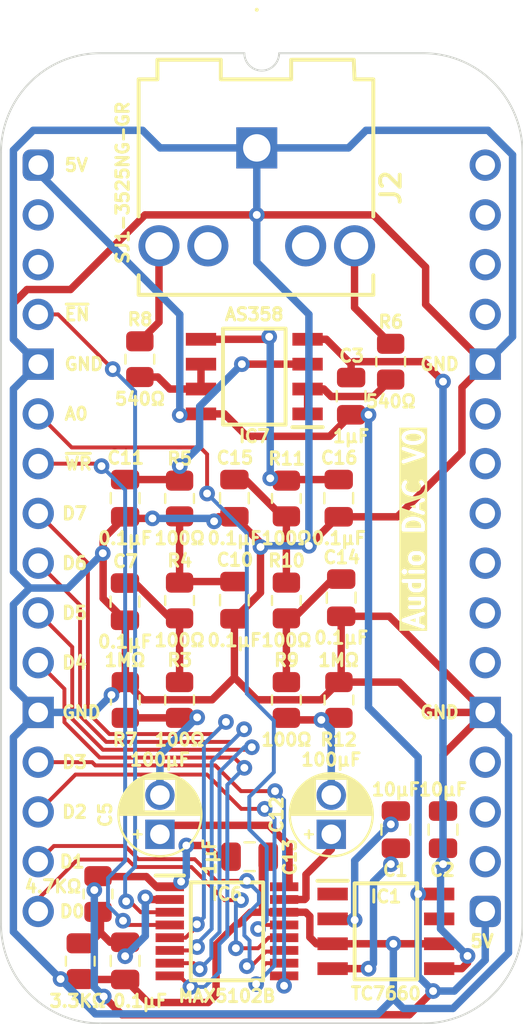
<source format=kicad_pcb>
(kicad_pcb (version 20240108) (generator "pcbnew") (generator_version "8.0")
  (title_block (title "Audio DAC") (date "2024-02-16") (rev "V0"))
  (layers (0 "F.Cu" signal) (31 "B.Cu" signal) (34 "B.Paste" user) (35 "F.Paste" user) (36 "B.SilkS" user "B.Silkscreen") (37 "F.SilkS" user "F.Silkscreen") (38 "B.Mask" user) (39 "F.Mask" user) (44 "Edge.Cuts" user))
  (net 0 "")
  (net 1 "GND")
  (net 2 "5V")
  (net 3 "Net-(IC1-CAP+)")
  (net 4 "Net-(IC1-CAP-)")
  (net 5 "/-5V")
  (net 6 "Net-(IC6-OUTA)")
  (net 7 "Net-(C5-Pad2)")
  (net 8 "Net-(IC6-REF)")
  (net 9 "Net-(C7-Pad2)")
  (net 10 "Net-(C10-Pad2)")
  (net 11 "Net-(IC7-IN_1+)")
  (net 12 "Net-(IC6-OUTB)")
  (net 13 "Net-(C12-Pad2)")
  (net 14 "Net-(C14-Pad2)")
  (net 15 "Net-(C15-Pad2)")
  (net 16 "Net-(IC7-IN_2+)")
  (net 19 "D1")
  (net 20 "Net-(IC7-IN_1-)")
  (net 21 "Net-(IC7-IN_2-)")
  (net 34 "/Line Out Right")
  (net 35 "/Line Out Left")
  (net 41 "D6")
  (net 42 "~{WR}")
  (net 43 "D2")
  (net 44 "D0")
  (net 45 "D5")
  (net 46 "D4")
  (net 47 "A0")
  (net 48 "D7")
  (net 49 "D3")
  (net 50 "~{Enable}")
  (footprint "SamacSys_Parts:R_0805" (layer "F.Cu") (at 121.539 80.645)
    (property "Reference" "R3")
    (property "Value" "100Ω")
  )
  (footprint "SamacSys_Parts:C_0805" (layer "F.Cu") (at 124.333 70.358)
    (property "Reference" "C15")
    (property "Value" "0.1μF")
  )
  (footprint "SamacSys_Parts:C_0805" (layer "F.Cu") (at 118.745 93.98)
    (property "Reference" "C6" (hide yes))
    (property "Value" "0.1μF")
  )
  (footprint "SamacSys_Parts:SOIC127P600X175-8N" (layer "F.Cu") (at 132.08 92.456)
    (property "Reference" "IC1")
    (property "Value" "TC7660EOA" (hide yes))
  )
  (footprint "SamacSys_Parts:R_0805" (layer "F.Cu") (at 132.334 63.373)
    (property "Reference" "R6")
    (property "Value" "540Ω")
  )
  (footprint "SamacSys_Parts:CP_Radial_D4.0mm_P2.00mm" (layer "F.Cu") (at 120.523 87.503 90)
    (property "Reference" "C5")
    (property "Value" "100μF")
  )
  (footprint "SamacSys_Parts:R_0805" (layer "F.Cu") (at 127 75.565)
    (property "Reference" "R10")
    (property "Value" "100Ω")
  )
  (footprint "SamacSys_Parts:R_0805" (layer "F.Cu") (at 127 70.358)
    (property "Reference" "R11")
    (property "Value" "100Ω")
  )
  (footprint "SamacSys_Parts:C_0805" (layer "F.Cu") (at 118.735 75.642)
    (property "Reference" "C7")
    (property "Value" "0.1μF")
  )
  (footprint "SamacSys_Parts:SJ13525NGGR" (layer "F.Cu") (at 125.476 52.459 -90)
    (property "Reference" "J2")
    (property "Value" "SJ1-3525NG-GR")
  )
  (footprint "SamacSys_Parts:SOP65P640X110-16N" (layer "F.Cu") (at 123.952 92.456)
    (property "Reference" "IC6")
    (property "Value" "MAX5102BEUE+T" (hide yes))
  )
  (footprint "SamacSys_Parts:R_0805" (layer "F.Cu") (at 121.539 75.565)
    (property "Reference" "R4")
    (property "Value" "100Ω")
  )
  (footprint "SamacSys_Parts:C_0805" (layer "F.Cu") (at 129.667 70.358)
    (property "Reference" "C16")
    (property "Value" "0.1μF")
  )
  (footprint "SamacSys_Parts:R_0805" (layer "F.Cu") (at 119.507 63.246)
    (property "Reference" "R8")
    (property "Value" "540Ω")
  )
  (footprint "SamacSys_Parts:DIP-32_Board_W22.86mm" (layer "F.Cu") (at 114.3 53.34)
    (property "Reference" "J1" (hide yes))
    (property "Value" "Conn_02x16_Counter_Clockwise" (hide yes))
    (fp_line (start -1.905 -0.635) (end -1.905 38.735) (stroke (width 0.1)) (layer "Edge.Cuts"))
    (fp_line (start 10.541 -5.715) (end 3.175 -5.715) (stroke (width 0.1)) (layer "Edge.Cuts"))
    (fp_line (start 19.685 -5.715) (end 12.319 -5.715) (stroke (width 0.1)) (layer "Edge.Cuts"))
    (fp_line (start 19.685 43.815) (end 3.175 43.815) (stroke (width 0.1)) (layer "Edge.Cuts"))
    (fp_line (start 24.765 38.735) (end 24.765 -0.635) (stroke (width 0.1)) (layer "Edge.Cuts"))
    (fp_arc (start -1.905 -0.635) (mid -0.417102 -4.227102) (end 3.175 -5.715) (stroke (width 0.1)) (layer "Edge.Cuts"))
    (fp_arc (start 3.175 43.815) (mid -0.417102 42.327102) (end -1.905 38.735) (stroke (width 0.1)) (layer "Edge.Cuts"))
    (fp_arc (start 12.319 -5.715) (mid 11.43 -4.826) (end 10.541 -5.715) (stroke (width 0.1)) (layer "Edge.Cuts"))
    (fp_arc (start 19.685 -5.715) (mid 23.277102 -4.227102) (end 24.765 -0.635) (stroke (width 0.1)) (layer "Edge.Cuts"))
    (fp_arc (start 24.765 38.735) (mid 23.277102 42.327102) (end 19.685 43.815) (stroke (width 0.1)) (layer "Edge.Cuts"))
  )
  (footprint "SamacSys_Parts:R_0805" (layer "F.Cu") (at 116.459 93.98)
    (property "Reference" "R2" (hide yes))
    (property "Value" "3.3KΩ")
  )
  (footprint "SamacSys_Parts:C_0805" (layer "F.Cu") (at 118.745 70.358)
    (property "Reference" "C11")
    (property "Value" "0.1μF")
  )
  (footprint "SamacSys_Parts:C_0805" (layer "F.Cu") (at 132.588 87.249 180)
    (property "Reference" "C1")
    (property "Value" "10µF")
  )
  (footprint "SamacSys_Parts:C_0805" (layer "F.Cu") (at 135.001 87.249 180)
    (property "Reference" "C2")
    (property "Value" "10µF")
  )
  (footprint "SamacSys_Parts:R_0805" (layer "F.Cu") (at 121.539 70.358)
    (property "Reference" "R5")
    (property "Value" "100Ω")
  )
  (footprint "SamacSys_Parts:R_0805" (layer "F.Cu") (at 117.348 90.551 180)
    (property "Reference" "R1" (hide yes))
    (property "Value" "4.7KΩ")
  )
  (footprint "SamacSys_Parts:C_0805" (layer "F.Cu") (at 124.333 75.565)
    (property "Reference" "C10")
    (property "Value" "0.1μF")
  )
  (footprint "SamacSys_Parts:C_0805" (layer "F.Cu") (at 129.794 75.438)
    (property "Reference" "C14")
    (property "Value" "0.1μF")
  )
  (footprint "SamacSys_Parts:CP_Radial_D4.0mm_P2.00mm" (layer "F.Cu") (at 129.286 87.503 90)
    (property "Reference" "C12")
    (property "Value" "100μF")
  )
  (footprint "SamacSys_Parts:R_0805" (layer "F.Cu") (at 118.745 80.645 180)
    (property "Reference" "R7")
    (property "Value" "1MΩ")
  )
  (footprint "SamacSys_Parts:R_0805" (layer "F.Cu") (at 127 80.645)
    (property "Reference" "R9")
    (property "Value" "100Ω")
  )
  (footprint "SamacSys_Parts:C_0805" (layer "F.Cu") (at 125.095 88.646 -90)
    (property "Reference" "C13")
    (property "Value" "1μF")
  )
  (footprint "SamacSys_Parts:C_0805" (layer "F.Cu") (at 130.302 65.151)
    (property "Reference" "C3")
    (property "Value" "1μF")
  )
  (footprint "SamacSys_Parts:R_0805" (layer "F.Cu") (at 129.667 80.645 180)
    (property "Reference" "R12")
    (property "Value" "1MΩ")
  )
  (footprint "SamacSys_Parts:SOIC127P600X175-8N" (layer "F.Cu") (at 125.349 64.135 180)
    (property "Reference" "IC7")
    (property "Value" "AS358AMTR-G1" (hide yes))
  )
  (gr_text "GND" (at 135.89 81.28 0) (layer "F.SilkS") (effects (font (size 0.635 0.635) (thickness 0.15) (bold yes)) (justify right)))
  (gr_text "A0" (at 115.57 66.04 0) (layer "F.SilkS") (effects (font (size 0.635 0.635) (thickness 0.15) (bold yes)) (justify left)))
  (gr_text "D7" (at 115.443 71.12 0) (layer "F.SilkS") (effects (font (size 0.635 0.635) (thickness 0.15) (bold yes)) (justify left)))
  (gr_text "5V" (at 137.668 92.964 0) (layer "F.SilkS") (effects (font (size 0.635 0.635) (thickness 0.15) (bold yes)) (justify right)))
  (gr_text "D4" (at 115.443 78.74 0) (layer "F.SilkS") (effects (font (size 0.635 0.635) (thickness 0.15) (bold yes)) (justify left)))
  (gr_text "D3" (at 115.443 83.82 0) (layer "F.SilkS") (effects (font (size 0.635 0.635) (thickness 0.15) (bold yes)) (justify left)))
  (gr_text "GND" (at 115.57 63.5 0) (layer "F.SilkS") (effects (font (size 0.635 0.635) (thickness 0.15) (bold yes)) (justify left)))
  (gr_text "Audio DAC V0" (at 134.112 71.882 90) (layer "F.SilkS" knockout) (effects (font (size 1 1) (thickness 0.2) (bold yes)) (justify bottom)))
  (gr_text "D0" (at 115.316 91.44 0) (layer "F.SilkS") (effects (font (size 0.635 0.635) (thickness 0.15) (bold yes)) (justify left)))
  (gr_text "GND" (at 115.443 81.28 0) (layer "F.SilkS") (effects (font (size 0.635 0.635) (thickness 0.15) (bold yes)) (justify left)))
  (gr_text "GND" (at 135.89 63.5 0) (layer "F.SilkS") (effects (font (size 0.635 0.635) (thickness 0.15) (bold yes)) (justify right)))
  (gr_text "~{WR}" (at 115.57 68.58 0) (layer "F.SilkS") (effects (font (size 0.635 0.635) (thickness 0.15) (bold yes)) (justify left)))
  (gr_text "D6" (at 115.443 73.66 0) (layer "F.SilkS") (effects (font (size 0.635 0.635) (thickness 0.15) (bold yes)) (justify left)))
  (gr_text "D5" (at 115.443 76.2 0) (layer "F.SilkS") (effects (font (size 0.635 0.635) (thickness 0.15) (bold yes)) (justify left)))
  (gr_text "~{EN}" (at 115.57 60.96 0) (layer "F.SilkS") (effects (font (size 0.635 0.635) (thickness 0.15) (bold yes)) (justify left)))
  (gr_text "D2" (at 115.443 86.36 0) (layer "F.SilkS") (effects (font (size 0.635 0.635) (thickness 0.15) (bold yes)) (justify left)))
  (gr_text "D1" (at 115.316 88.9 0) (layer "F.SilkS") (effects (font (size 0.635 0.635) (thickness 0.15) (bold yes)) (justify left)))
  (gr_text "5V" (at 115.57 53.34 0) (layer "F.SilkS") (effects (font (size 0.635 0.635) (thickness 0.15) (bold yes)) (justify left)))
  (segment (start 134.112 58.547) (end 131.445 55.88) (width 0.38) (layer "F.Cu") (net 1))
  (segment (start 134.112 60.452) (end 134.112 58.547) (width 0.38) (layer "F.Cu") (net 1))
  (segment (start 134.316 81.28) (end 132.842 79.806) (width 0.38) (layer "F.Cu") (net 1))
  (segment (start 117.62 73.17) (end 117.62 75.461) (width 0.38) (layer "F.Cu") (net 1))
  (segment (start 123.395 93.14) (end 124.46 92.075) (width 0.38) (layer "F.Cu") (net 1))
  (segment (start 118.755 79.7325) (end 118.755 76.596) (width 0.38) (layer "F.Cu") (net 1))
  (segment (start 137.16 63.5) (end 134.112 60.452) (width 0.38) (layer "F.Cu") (net 1))
  (segment (start 124.333 71.292) (end 123.526 71.292) (width 0.38) (layer "F.Cu") (net 1))
  (segment (start 115.443002 94.8925) (end 115.442998 94.892504) (width 0.38) (layer "F.Cu") (net 1))
  (segment (start 125.857 91.481) (end 126.877 91.481) (width 0.38) (layer "F.Cu") (net 1))
  (segment (start 129.622 71.292) (end 128.143 72.771) (width 0.38) (layer "F.Cu") (net 1))
  (segment (start 128.7745 80.635) (end 129.677 79.7325) (width 0.38) (layer "F.Cu") (net 1))
  (segment (start 125.603 80.635) (end 128.7745 80.635) (width 0.38) (layer "F.Cu") (net 1))
  (segment (start 132.67 71.292) (end 129.667 71.292) (width 0.38) (layer "F.Cu") (net 1))
  (segment (start 125.762 91.386) (end 125.762 88.945) (width 0.38) (layer "F.Cu") (net 1))
  (segment (start 134.805 93.091) (end 132.461 93.091) (width 0.38) (layer "F.Cu") (net 1))
  (segment (start 137.16 81.28) (end 134.316 81.28) (width 0.38) (layer "F.Cu") (net 1))
  (segment (start 118.745 71.292) (end 117.62 72.417) (width 0.38) (layer "F.Cu") (net 1))
  (segment (start 113.03 62.23) (end 114.3 63.5) (width 0.38) (layer "F.Cu") (net 1))
  (segment (start 127.982 91.481) (end 128.19 91.689) (width 0.38) (layer "F.Cu") (net 1))
  (segment (start 113.03 60.387085) (end 113.03 62.23) (width 0.38) (layer "F.Cu") (net 1))
  (segment (start 117.62 73.134) (end 117.602 73.152) (width 0.38) (layer "F.Cu") (net 1))
  (segment (start 116.449 94.8925) (end 115.443002 94.8925) (width 0.38) (layer "F.Cu") (net 1))
  (segment (start 129.794 76.372) (end 129.794 79.6155) (width 0.38) (layer "F.Cu") (net 1))
  (segment (start 118.745 94.914) (end 116.4705 94.914) (width 0.38) (layer "F.Cu") (net 1))
  (segment (start 117.602 73.152) (end 117.62 73.17) (width 0.38) (layer "F.Cu") (net 1))
  (segment (start 124.46 92.075) (end 124.568425 92.075) (width 0.38) (layer "F.Cu") (net 1))
  (segment (start 125.857 91.481) (end 125.762 91.386) (width 0.38) (layer "F.Cu") (net 1))
  (segment (start 124.333 76.499) (end 124.333 79.492) (width 0.38) (layer "F.Cu") (net 1))
  (segment (start 113.727085 59.69) (end 113.03 60.387085) (width 0.38) (layer "F.Cu") (net 1))
  (segment (start 125.476 80.635) (end 125.603 80.635) (width 0.38) (layer "F.Cu") (net 1))
  (segment (start 118.745 94.914) (end 119.921 96.09) (width 0.38) (layer "F.Cu") (net 1))
  (segment (start 119.761 55.88) (end 115.951 59.69) (width 0.38) (layer "F.Cu") (net 1))
  (segment (start 135.001 86.315) (end 135.001 83.439) (width 0.38) (layer "F.Cu") (net 1))
  (segment (start 119.921 96.09) (end 122.992864 96.09) (width 0.38) (layer "F.Cu") (net 1))
  (segment (start 122.992864 96.09) (end 123.395 95.687864) (width 0.38) (layer "F.Cu") (net 1))
  (segment (start 124.333 76.499) (end 125.6665 75.1655) (width 0.38) (layer "F.Cu") (net 1))
  (segment (start 128.19 91.689) (end 128.19 92.757) (width 0.38) (layer "F.Cu") (net 1))
  (segment (start 118.0965 80.391) (end 118.044982 80.391) (width 0.38) (layer "F.Cu") (net 1))
  (segment (start 123.526 71.292) (end 123.294669 71.523331) (width 0.38) (layer "F.Cu") (net 1))
  (segment (start 118.755 79.7325) (end 119.6575 80.635) (width 0.38) (layer "F.Cu") (net 1))
  (segment (start 119.6575 80.635) (end 123.19 80.635) (width 0.38) (layer "F.Cu") (net 1))
  (segment (start 117.62 75.461) (end 118.735 76.576) (width 0.38) (layer "F.Cu") (net 1))
  (segment (start 135.97 67.992) (end 132.67 71.292) (width 0.38) (layer "F.Cu") (net 1))
  (segment (start 128.524 93.091) (end 129.355 93.091) (width 0.38) (layer "F.Cu") (net 1))
  (segment (start 124.333 79.492) (end 123.19 80.635) (width 0.38) (layer "F.Cu") (net 1))
  (segment (start 117.62 72.417) (end 117.62 73.134) (width 0.38) (layer "F.Cu") (net 1))
  (segment (start 137.16 81.28) (end 132.252 76.372) (width 0.38) (layer "F.Cu") (net 1))
  (segment (start 123.395 95.687864) (end 123.395 93.14) (width 0.38) (layer "F.Cu") (net 1))
  (segment (start 137.16 63.5) (end 135.97 64.69) (width 0.38) (layer "F.Cu") (net 1))
  (segment (start 124.568425 92.075) (end 125.162425 91.481) (width 0.38) (layer "F.Cu") (net 1))
  (segment (start 125.162425 91.481) (end 125.857 91.481) (width 0.38) (layer "F.Cu") (net 1))
  (segment (start 125.6665 72.6255) (end 125.6665 72.8345) (width 0.38) (layer "F.Cu") (net 1))
  (segment (start 135.001 83.439) (end 137.16 81.28) (width 0.38) (layer "F.Cu") (net 1))
  (segment (start 118.755 79.7325) (end 118.0965 80.391) (width 0.38) (layer "F.Cu") (net 1))
  (segment (start 125.476 55.88) (end 119.761 55.88) (width 0.38) (layer "F.Cu") (net 1))
  (segment (start 118.745 71.374) (end 120.142 71.374) (width 0.38) (layer "F.Cu") (net 1))
  (segment (start 126.877 91.481) (end 127.982 91.481) (width 0.38) (layer "F.Cu") (net 1))
  (segment (start 125.6665 75.1655) (end 125.6665 72.8345) (width 0.38) (layer "F.Cu") (net 1))
  (segment (start 129.677 79.7325) (end 132.7685 79.7325) (width 0.38) (layer "F.Cu") (net 1))
  (segment (start 124.333 71.292) (end 125.6665 72.6255) (width 0.38) (layer "F.Cu") (net 1))
  (segment (start 131.445 55.88) (end 125.476 55.88) (width 0.38) (layer "F.Cu") (net 1))
  (segment (start 128.19 92.757) (end 128.524 93.091) (width 0.38) (layer "F.Cu") (net 1))
  (segment (start 115.951 59.69) (end 113.727085 59.69) (width 0.38) (layer "F.Cu") (net 1))
  (segment (start 132.461 93.091) (end 129.355 93.091) (width 0.38) (layer "F.Cu") (net 1))
  (segment (start 135.97 64.69) (end 135.97 67.992) (width 0.38) (layer "F.Cu") (net 1))
  (segment (start 124.333 79.492) (end 125.476 80.635) (width 0.38) (layer "F.Cu") (net 1))
  (segment (start 132.252 76.372) (end 129.794 76.372) (width 0.38) (layer "F.Cu") (net 1))
  (via (at 125.6665 72.8345) (size 0.8) (drill 0.4) (layers "F.Cu" "B.Cu") (net 1))
  (via (at 120.142 71.374) (size 0.8) (drill 0.4) (layers "F.Cu" "B.Cu") (net 1))
  (via (at 125.476 55.88) (size 0.8) (drill 0.4) (layers "F.Cu" "B.Cu") (net 1))
  (via (at 115.442998 94.892504) (size 0.8) (drill 0.4) (layers "F.Cu" "B.Cu") (net 1))
  (via (at 123.294669 71.523331) (size 0.8) (drill 0.4) (layers "F.Cu" "B.Cu") (net 1))
  (via (at 132.461 93.091) (size 0.8) (drill 0.4) (layers "F.Cu" "B.Cu") (net 1))
  (via (at 117.602 73.152) (size 0.8) (drill 0.4) (layers "F.Cu" "B.Cu") (net 1))
  (via (at 128.143 72.771) (size 0.8) (drill 0.4) (layers "F.Cu" "B.Cu") (net 1))
  (via (at 118.044982 80.391) (size 0.8) (drill 0.4) (layers "F.Cu" "B.Cu") (net 1))
  (segment (start 123.145338 71.374) (end 123.294669 71.523331) (width 0.38) (layer "B.Cu") (net 1))
  (segment (start 117.221873 96.671379) (end 115.442998 94.892504) (width 0.38) (layer "B.Cu") (net 1))
  (segment (start 128.143 60.96) (end 125.476 58.293) (width 0.38) (layer "B.Cu") (net 1))
  (segment (start 125.73 72.771) (end 128.143 72.771) (width 0.38) (layer "B.Cu") (net 1))
  (segment (start 125.476 52.459) (end 120.531 52.459) (width 0.38) (layer "B.Cu") (net 1))
  (segment (start 138.557 62.103) (end 138.557 52.816042) (width 0.38) (layer "B.Cu") (net 1))
  (segment (start 120.531 52.459) (end 119.634 51.562) (width 0.38) (layer "B.Cu") (net 1))
  (segment (start 113.03 80.01) (end 113.03 75.772) (width 0.38) (layer "B.Cu") (net 1))
  (segment (start 132.461 95.885) (end 132.969 96.393) (width 0.38) (layer "B.Cu") (net 1))
  (segment (start 113.872 74.93) (end 113.03 74.088) (width 0.38) (layer "B.Cu") (net 1))
  (segment (start 115.442998 94.892498) (end 115.442998 94.892504) (width 0.38) (layer "B.Cu") (net 1))
  (segment (start 114.3 81.28) (end 113.03 82.55) (width 0.38) (layer "B.Cu") (net 1))
  (segment (start 113.03 52.578) (end 114.046 51.562) (width 0.38) (layer "B.Cu") (net 1))
  (segment (start 138.35 93.552) (end 138.35 82.47) (width 0.38) (layer "B.Cu") (net 1))
  (segment (start 138.557 52.816042) (end 137.302958 51.562) (width 0.38) (layer "B.Cu") (net 1))
  (segment (start 114.3 81.28) (end 113.03 80.01) (width 0.38) (layer "B.Cu") (net 1))
  (segment (start 131.674621 96.671379) (end 117.221873 96.671379) (width 0.38) (layer "B.Cu") (net 1))
  (segment (start 113.03 82.55) (end 113.03 92.4795) (width 0.38) (layer "B.Cu") (net 1))
  (segment (start 132.969 96.393) (end 135.509 96.393) (width 0.38) (layer "B.Cu") (net 1))
  (segment (start 113.03 62.23) (end 113.03 52.578) (width 0.38) (layer "B.Cu") (net 1))
  (segment (start 125.73 72.771) (end 125.6665 72.8345) (width 0.38) (layer "B.Cu") (net 1))
  (segment (start 138.35 82.47) (end 137.16 81.28) (width 0.38) (layer "B.Cu") (net 1))
  (segment (start 113.03 74.088) (end 113.03 64.77) (width 0.38) (layer "B.Cu") (net 1))
  (segment (start 120.142 71.374) (end 123.145338 71.374) (width 0.38) (layer "B.Cu") (net 1))
  (segment (start 130.167 52.459) (end 131.064 51.562) (width 0.38) (layer "B.Cu") (net 1))
  (segment (start 128.143 72.771) (end 128.143 60.96) (width 0.38) (layer "B.Cu") (net 1))
  (segment (start 125.476 52.459) (end 130.167 52.459) (width 0.38) (layer "B.Cu") (net 1))
  (segment (start 113.03 92.4795) (end 115.442998 94.892498) (width 0.38) (layer "B.Cu") (net 1))
  (segment (start 132.461 95.885) (end 131.674621 96.671379) (width 0.38) (layer "B.Cu") (net 1))
  (segment (start 113.03 64.77) (end 114.3 63.5) (width 0.38) (layer "B.Cu") (net 1))
  (segment (start 132.461 95.885) (end 132.461 93.091) (width 0.38) (layer "B.Cu") (net 1))
  (segment (start 114.3 81.28) (end 117.155982 81.28) (width 0.38) (layer "B.Cu") (net 1))
  (segment (start 113.03 75.772) (end 113.872 74.93) (width 0.38) (layer "B.Cu") (net 1))
  (segment (start 125.476 52.459) (end 125.476 55.88) (width 0.38) (layer "B.Cu") (net 1))
  (segment (start 137.302958 51.562) (end 131.064 51.562) (width 0.38) (layer "B.Cu") (net 1))
  (segment (start 114.3 63.5) (end 113.03 62.23) (width 0.38) (layer "B.Cu") (net 1))
  (segment (start 117.155982 81.28) (end 118.044982 80.391) (width 0.38) (layer "B.Cu") (net 1))
  (segment (start 115.824 74.93) (end 113.872 74.93) (width 0.38) (layer "B.Cu") (net 1))
  (segment (start 125.476 58.293) (end 125.476 55.88) (width 0.38) (layer "B.Cu") (net 1))
  (segment (start 135.509 96.393) (end 138.35 93.552) (width 0.38) (layer "B.Cu") (net 1))
  (segment (start 114.046 51.562) (end 119.634 51.562) (width 0.38) (layer "B.Cu") (net 1))
  (segment (start 117.602 73.152) (end 115.824 74.93) (width 0.38) (layer "B.Cu") (net 1))
  (segment (start 137.16 63.5) (end 138.557 62.103) (width 0.38) (layer "B.Cu") (net 1))
  (segment (start 134.805 90.551) (end 133.731 90.551) (width 0.38) (layer "F.Cu") (net 2))
  (segment (start 117.168 90.351) (end 117.168 89.8285) (width 0.38) (layer "F.Cu") (net 2))
  (segment (start 130.302 66.085) (end 131.191 66.085) (width 0.38) (layer "F.Cu") (net 2))
  (segment (start 121.599617 66.04) (end 121.539 66.100617) (width 0.38) (layer "F.Cu") (net 2))
  (segment (start 134.493 95.504) (end 133.282 96.715) (width 0.38) (layer "F.Cu") (net 2))
  (segment (start 120.348609 90.181) (end 119.830609 89.663) (width 0.38) (layer "F.Cu") (net 2))
  (segment (start 130.302 66.085) (end 129.204 67.183) (width 0.38) (layer "F.Cu") (net 2))
  (segment (start 121.027 90.181) (end 120.348609 90.181) (width 0.38) (layer "F.Cu") (net 2))
  (segment (start 124.968 67.183) (end 123.825 66.04) (width 0.38) (layer "F.Cu") (net 2))
  (segment (start 129.204 67.183) (end 124.968 67.183) (width 0.38) (layer "F.Cu") (net 2))
  (segment (start 122.871 88.073) (end 123.444 88.646) (width 0.38) (layer "F.Cu") (net 2))
  (segment (start 118.580441 96.715) (end 117.64941 95.783969) (width 0.38) (layer "F.Cu") (net 2))
  (segment (start 123.444 88.646) (end 124.161 88.646) (width 0.38) (layer "F.Cu") (net 2))
  (segment (start 121.341996 90.181) (end 121.606996 89.916) (width 0.38) (layer "F.Cu") (net 2))
  (segment (start 121.873002 88.073) (end 122.871 88.073) (width 0.38) (layer "F.Cu") (net 2))
  (segment (start 133.282 96.715) (end 118.580441 96.715) (width 0.38) (layer "F.Cu") (net 2))
  (segment (start 119.830609 89.663) (end 117.3825 89.663) (width 0.38) (layer "F.Cu") (net 2))
  (segment (start 123.825 66.04) (end 122.624 66.04) (width 0.38) (layer "F.Cu") (net 2))
  (segment (start 122.624 66.04) (end 121.599617 66.04) (width 0.38) (layer "F.Cu") (net 2))
  (via (at 121.873002 88.073) (size 0.8) (drill 0.4) (layers "F.Cu" "B.Cu") (net 2))
  (via (at 117.64941 95.783969) (size 0.8) (drill 0.4) (layers "F.Cu" "B.Cu") (net 2))
  (via (at 133.731 90.551) (size 0.8) (drill 0.4) (layers "F.Cu" "B.Cu") (net 2))
  (via (at 121.606996 89.916) (size 0.8) (drill 0.4) (layers "F.Cu" "B.Cu") (net 2))
  (via (at 131.191 66.085) (size 0.8) (drill 0.4) (layers "F.Cu" "B.Cu") (net 2))
  (via (at 117.168 90.351) (size 0.8) (drill 0.4) (layers "F.Cu" "B.Cu") (net 2))
  (via (at 121.539 66.100617) (size 0.8) (drill 0.4) (layers "F.Cu" "B.Cu") (net 2))
  (via (at 134.493 95.504) (size 0.8) (drill 0.4) (layers "F.Cu" "B.Cu") (net 2))
  (segment (start 134.493 95.504) (end 133.731 94.742) (width 0.38) (layer "B.Cu") (net 2))
  (segment (start 114.3 53.721) (end 121.539 60.96) (width 0.38) (layer "B.Cu") (net 2))
  (segment (start 121.873002 89.649994) (end 121.606996 89.916) (width 0.38) (layer "B.Cu") (net 2))
  (segment (start 131.191 81.026008) (end 131.191 66.085) (width 0.38) (layer "B.Cu") (net 2))
  (segment (start 135.577756 95.504) (end 134.493 95.504) (width 0.38) (layer "B.Cu") (net 2))
  (segment (start 137.16 91.44) (end 137.16 93.921756) (width 0.38) (layer "B.Cu") (net 2))
  (segment (start 137.16 93.921756) (end 135.577756 95.504) (width 0.38) (layer "B.Cu") (net 2))
  (segment (start 117.168 95.302559) (end 117.64941 95.783969) (width 0.38) (layer "B.Cu") (net 2))
  (segment (start 121.873002 88.073) (end 121.873002 89.649994) (width 0.38) (layer "B.Cu") (net 2))
  (segment (start 133.731 83.566008) (end 133.731 90.551) (width 0.38) (layer "B.Cu") (net 2))
  (segment (start 133.731 94.742) (end 133.731 90.551) (width 0.38) (layer "B.Cu") (net 2))
  (segment (start 117.168 90.351) (end 117.168 95.302559) (width 0.38) (layer "B.Cu") (net 2))
  (segment (start 121.539 60.96) (end 121.539 66.100617) (width 0.38) (layer "B.Cu") (net 2))
  (segment (start 131.191 81.026008) (end 133.731 83.566008) (width 0.38) (layer "B.Cu") (net 2))
  (segment (start 129.355 91.821) (end 130.425068 91.821) (width 0.38) (layer "F.Cu") (net 3))
  (segment (start 132.334 86.569) (end 132.334 86.99501) (width 0.38) (layer "F.Cu") (net 3))
  (segment (start 130.425068 91.821) (end 130.483004 91.878936) (width 0.38) (layer "F.Cu") (net 3))
  (via (at 132.334 86.99501) (size 0.8) (drill 0.4) (layers "F.Cu" "B.Cu") (net 3))
  (via (at 130.483004 91.878936) (size 0.8) (drill 0.4) (layers "F.Cu" "B.Cu") (net 3))
  (segment (start 130.483004 88.846006) (end 132.334 86.99501) (width 0.38) (layer "B.Cu") (net 3))
  (segment (start 130.483004 91.878936) (end 130.483004 88.846006) (width 0.38) (layer "B.Cu") (net 3))
  (segment (start 129.355 94.361) (end 131.191 94.361) (width 0.38) (layer "F.Cu") (net 4))
  (segment (start 132.33401 88.46899) (end 132.33401 89.027) (width 0.38) (layer "F.Cu") (net 4))
  (via (at 131.191 94.361) (size 0.8) (drill 0.4) (layers "F.Cu" "B.Cu") (net 4))
  (via (at 132.33401 89.027) (size 0.8) (drill 0.4) (layers "F.Cu" "B.Cu") (net 4))
  (segment (start 131.191 94.361) (end 131.445 94.107) (width 0.38) (layer "B.Cu") (net 4))
  (segment (start 131.445 89.91601) (end 132.33401 89.027) (width 0.38) (layer "B.Cu") (net 4))
  (segment (start 131.445 94.107) (end 131.445 89.91601) (width 0.38) (layer "B.Cu") (net 4))
  (segment (start 135.001 89.026996) (end 135.001004 89.027) (width 0.38) (layer "F.Cu") (net 5))
  (segment (start 134.805 94.361) (end 135.96 94.361) (width 0.38) (layer "F.Cu") (net 5))
  (segment (start 135.001 64.389) (end 133.985 63.373) (width 0.38) (layer "F.Cu") (net 5))
  (segment (start 135.001 88.215) (end 135.001 89.026996) (width 0.38) (layer "F.Cu") (net 5))
  (segment (start 133.985 63.373) (end 130.429 63.373) (width 0.38) (layer "F.Cu") (net 5))
  (segment (start 136.254763 94.066237) (end 136.254763 93.709763) (width 0.38) (layer "F.Cu") (net 5))
  (segment (start 135.96 94.361) (end 136.254763 94.066237) (width 0.38) (layer "F.Cu") (net 5))
  (segment (start 130.429 63.373) (end 130.302 63.5) (width 0.38) (layer "F.Cu") (net 5))
  (segment (start 128.074 62.23) (end 129.032 62.23) (width 0.38) (layer "F.Cu") (net 5))
  (segment (start 129.032 62.23) (end 130.302 63.5) (width 0.38) (layer "F.Cu") (net 5))
  (segment (start 130.302 63.5) (end 130.302 64.185) (width 0.38) (layer "F.Cu") (net 5))
  (via (at 135.001004 89.027) (size 0.8) (drill 0.4) (layers "F.Cu" "B.Cu") (net 5))
  (via (at 135.001 64.389) (size 0.8) (drill 0.4) (layers "F.Cu" "B.Cu") (net 5))
  (via (at 136.254763 93.709763) (size 0.8) (drill 0.4) (layers "F.Cu" "B.Cu") (net 5))
  (segment (start 134.874 89.154004) (end 135.001004 89.027) (width 0.38) (layer "B.Cu") (net 5))
  (segment (start 135.001 64.389) (end 135.001004 64.389004) (width 0.38) (layer "B.Cu") (net 5))
  (segment (start 136.254763 93.709763) (end 134.874 92.329) (width 0.38) (layer "B.Cu") (net 5))
  (segment (start 135.001004 64.389004) (end 135.001004 89.027) (width 0.38) (layer "B.Cu") (net 5))
  (segment (start 134.874 92.329) (end 134.874 89.154004) (width 0.38) (layer "B.Cu") (net 5))
  (segment (start 126.096024 87.044) (end 127.127 88.074976) (width 0.38) (layer "F.Cu") (net 6))
  (segment (start 120.982 87.044) (end 126.096024 87.044) (width 0.38) (layer "F.Cu") (net 6))
  (segment (start 127.127 88.074976) (end 127.127 89.931) (width 0.38) (layer "F.Cu") (net 6))
  (segment (start 127.127 89.931) (end 126.877 90.181) (width 0.38) (layer "F.Cu") (net 6))
  (segment (start 122.428 81.534) (end 121.5525 81.534) (width 0.38) (layer "F.Cu") (net 7))
  (segment (start 121.529 81.5575) (end 118.755 81.5575) (width 0.38) (layer "F.Cu") (net 7))
  (via (at 122.428 81.534) (size 0.8) (drill 0.4) (layers "F.Cu" "B.Cu") (net 7))
  (segment (start 120.523 85.503) (end 120.523 83.439) (width 0.38) (layer "B.Cu") (net 7))
  (segment (start 120.523 83.439) (end 122.428 81.534) (width 0.38) (layer "B.Cu") (net 7))
  (segment (start 117.485 92.516) (end 117.485 91.5905) (width 0.38) (layer "F.Cu") (net 8))
  (segment (start 117.983 93.014) (end 117.485 92.516) (width 0.38) (layer "F.Cu") (net 8))
  (segment (start 116.9335 93.0675) (end 117.485 92.516) (width 0.38) (layer "F.Cu") (net 8))
  (segment (start 118.745 92.81) (end 118.745 93.726) (width 0.38) (layer "F.Cu") (net 8))
  (segment (start 119.776917 90.726537) (end 119.88138 90.831) (width 0.38) (layer "F.Cu") (net 8))
  (segment (start 119.88138 90.831) (end 121.027 90.831) (width 0.38) (layer "F.Cu") (net 8))
  (segment (start 118.745 93.014) (end 117.983 93.014) (width 0.38) (layer "F.Cu") (net 8))
  (via (at 119.776917 90.726537) (size 0.8) (drill 0.4) (layers "F.Cu" "B.Cu") (net 8))
  (via (at 118.745 93.726) (size 0.8) (drill 0.4) (layers "F.Cu" "B.Cu") (net 8))
  (segment (start 119.776917 92.694083) (end 119.776917 90.726537) (width 0.38) (layer "B.Cu") (net 8))
  (segment (start 118.745 93.726) (end 119.776917 92.694083) (width 0.38) (layer "B.Cu") (net 8))
  (segment (start 121.529 79.7325) (end 121.529 76.4775) (width 0.38) (layer "F.Cu") (net 9))
  (segment (start 119.253 74.676) (end 121.0545 76.4775) (width 0.38) (layer "F.Cu") (net 9))
  (segment (start 124.333 74.599) (end 121.5825 74.599) (width 0.38) (layer "F.Cu") (net 10))
  (segment (start 121.529 74.6525) (end 121.529 71.2705) (width 0.38) (layer "F.Cu") (net 10))
  (segment (start 118.745 69.392) (end 121.4755 69.392) (width 0.38) (layer "F.Cu") (net 11))
  (segment (start 121.529 69.225) (end 121.529 68.717) (width 0.38) (layer "F.Cu") (net 11))
  (segment (start 124.714 63.5) (end 128.074 63.5) (width 0.38) (layer "F.Cu") (net 11))
  (segment (start 121.529 68.717) (end 121.539 68.707) (width 0.38) (layer "F.Cu") (net 11))
  (via (at 121.539 68.707) (size 0.8) (drill 0.4) (layers "F.Cu" "B.Cu") (net 11))
  (via (at 124.714 63.5) (size 0.8) (drill 0.4) (layers "F.Cu" "B.Cu") (net 11))
  (segment (start 122.555 65.659) (end 122.555 67.691) (width 0.38) (layer "B.Cu") (net 11))
  (segment (start 124.714 63.5) (end 122.555 65.659) (width 0.38) (layer "B.Cu") (net 11))
  (segment (start 122.555 67.691) (end 121.539 68.707) (width 0.38) (layer "B.Cu") (net 11))
  (segment (start 127.992 89.559) (end 127.992 90.763) (width 0.38) (layer "F.Cu") (net 12))
  (segment (start 129.286 88.265) (end 127.992 89.559) (width 0.38) (layer "F.Cu") (net 12))
  (segment (start 129.286 87.503) (end 129.286 88.265) (width 0.38) (layer "F.Cu") (net 12))
  (segment (start 127.992 90.763) (end 127.924 90.831) (width 0.38) (layer "F.Cu") (net 12))
  (segment (start 127.924 90.831) (end 126.877 90.831) (width 0.38) (layer "F.Cu") (net 12))
  (segment (start 127.0935 81.661) (end 128.778 81.661) (width 0.38) (layer "F.Cu") (net 13))
  (segment (start 129.5735 81.661) (end 128.778 81.661) (width 0.38) (layer "F.Cu") (net 13))
  (via (at 128.778 81.661) (size 0.8) (drill 0.4) (layers "F.Cu" "B.Cu") (net 13))
  (segment (start 129.286 85.503) (end 129.286 82.169) (width 0.38) (layer "B.Cu") (net 13))
  (segment (start 129.286 82.169) (end 128.778 81.661) (width 0.38) (layer "B.Cu") (net 13))
  (segment (start 127.3575 76.4775) (end 129.363 74.472) (width 0.38) (layer "F.Cu") (net 14))
  (segment (start 126.99 79.7325) (end 126.99 76.4775) (width 0.38) (layer "F.Cu") (net 14))
  (segment (start 124.333 69.392) (end 124.891 69.392) (width 0.38) (layer "F.Cu") (net 15))
  (segment (start 126.99 71.2705) (end 126.99 74.6525) (width 0.38) (layer "F.Cu") (net 15))
  (segment (start 124.891 69.392) (end 126.7695 71.2705) (width 0.38) (layer "F.Cu") (net 15))
  (segment (start 125.984 62.23) (end 126.111 62.103) (width 0.38) (layer "F.Cu") (net 16))
  (segment (start 126.28223 69.4455) (end 126.164797 69.328067) (width 0.38) (layer "F.Cu") (net 16))
  (segment (start 129.667 69.392) (end 127.0435 69.392) (width 0.38) (layer "F.Cu") (net 16))
  (segment (start 126.99 69.4455) (end 126.28223 69.4455) (width 0.38) (layer "F.Cu") (net 16))
  (segment (start 122.624 62.23) (end 125.984 62.23) (width 0.38) (layer "F.Cu") (net 16))
  (via (at 126.164797 69.328067) (size 0.8) (drill 0.4) (layers "F.Cu" "B.Cu") (net 16))
  (via (at 126.111 62.103) (size 0.8) (drill 0.4) (layers "F.Cu" "B.Cu") (net 16))
  (segment (start 126.111 62.103) (end 126.164797 62.156797) (width 0.38) (layer "B.Cu") (net 16))
  (segment (start 126.164797 62.156797) (end 126.164797 69.328067) (width 0.38) (layer "B.Cu") (net 16))
  (segment (start 125.940347 93.491) (end 126.817 93.491) (width 0.2) (layer "F.Cu") (net 19))
  (segment (start 125.197347 94.234) (end 125.940347 93.491) (width 0.2) (layer "F.Cu") (net 19))
  (segment (start 118.745 88.100001) (end 115.099999 88.100001) (width 0.2) (layer "F.Cu") (net 19))
  (segment (start 124.968 94.234) (end 125.197347 94.234) (width 0.2) (layer "F.Cu") (net 19))
  (segment (start 122.301 88.773) (end 119.417999 88.773) (width 0.2) (layer "F.Cu") (net 19))
  (segment (start 115.099999 88.100001) (end 114.3 88.9) (width 0.2) (layer "F.Cu") (net 19))
  (segment (start 123.406793 89.878793) (end 122.301 88.773) (width 0.2) (layer "F.Cu") (net 19))
  (segment (start 119.417999 88.773) (end 118.745 88.100001) (width 0.2) (layer "F.Cu") (net 19))
  (segment (start 124.972 89.878793) (end 123.406793 89.878793) (width 0.2) (layer "F.Cu") (net 19))
  (via (at 124.972 89.878793) (size 0.8) (drill 0.4) (layers "F.Cu" "B.Cu") (net 19))
  (via (at 124.968 94.234) (size 0.8) (drill 0.4) (layers "F.Cu" "B.Cu") (net 19))
  (segment (start 124.841 92.665339) (end 125.107584 92.931923) (width 0.2) (layer "B.Cu") (net 19))
  (segment (start 125.584 90.490793) (end 125.584 90.995661) (width 0.2) (layer "B.Cu") (net 19))
  (segment (start 125.584 90.995661) (end 124.841 91.738661) (width 0.2) (layer "B.Cu") (net 19))
  (segment (start 125.107584 92.931923) (end 125.107584 94.094416) (width 0.2) (layer "B.Cu") (net 19))
  (segment (start 124.841 91.738661) (end 124.841 92.665339) (width 0.2) (layer "B.Cu") (net 19))
  (segment (start 125.107584 94.094416) (end 124.968 94.234) (width 0.2) (layer "B.Cu") (net 19))
  (segment (start 124.972 89.878793) (end 125.584 90.490793) (width 0.2) (layer "B.Cu") (net 19))
  (segment (start 131.4585 65.151) (end 132.324 64.2855) (width 0.38) (layer "F.Cu") (net 20))
  (segment (start 129.286 65.151) (end 131.4585 65.151) (width 0.38) (layer "F.Cu") (net 20))
  (segment (start 128.074 66.04) (end 128.074 64.77) (width 0.38) (layer "F.Cu") (net 20))
  (segment (start 128.905 64.77) (end 129.286 65.151) (width 0.38) (layer "F.Cu") (net 20))
  (segment (start 128.074 64.77) (end 128.905 64.77) (width 0.38) (layer "F.Cu") (net 20))
  (segment (start 120.4195 64.1585) (end 121.031 64.77) (width 0.38) (layer "F.Cu") (net 21))
  (segment (start 122.624 63.5) (end 122.624 64.77) (width 0.38) (layer "F.Cu") (net 21))
  (segment (start 121.031 64.77) (end 122.624 64.77) (width 0.38) (layer "F.Cu") (net 21))
  (segment (start 119.497 64.1585) (end 120.4195 64.1585) (width 0.38) (layer "F.Cu") (net 21))
  (segment (start 120.476 61.3545) (end 120.476 57.459) (width 0.38) (layer "F.Cu") (net 34))
  (segment (start 119.497 62.3335) (end 120.476 61.3545) (width 0.38) (layer "F.Cu") (net 34))
  (segment (start 130.476 60.6125) (end 130.476 57.459) (width 0.38) (layer "F.Cu") (net 35))
  (segment (start 132.324 62.4605) (end 130.476 60.6125) (width 0.38) (layer "F.Cu") (net 35))
  (segment (start 122.250507 93.431) (end 122.42343 93.258077) (width 0.2) (layer "F.Cu") (net 41))
  (segment (start 121.027 93.431) (end 122.250507 93.431) (width 0.2) (layer "F.Cu") (net 41))
  (segment (start 116.44 75.8) (end 116.44 81.449004) (width 0.2) (layer "F.Cu") (net 41))
  (segment (start 116.44 81.449004) (end 117.775996 82.785) (width 0.2) (layer "F.Cu") (net 41))
  (segment (start 114.3 73.66) (end 116.44 75.8) (width 0.2) (layer "F.Cu") (net 41))
  (segment (start 124.181933 82.785) (end 124.82808 82.138853) (width 0.2) (layer "F.Cu") (net 41))
  (segment (start 117.775996 82.785) (end 124.181933 82.785) (width 0.2) (layer "F.Cu") (net 41))
  (via (at 122.42343 93.258077) (size 0.8) (drill 0.4) (layers "F.Cu" "B.Cu") (net 41))
  (via (at 124.82808 82.138853) (size 0.8) (drill 0.4) (layers "F.Cu" "B.Cu") (net 41))
  (segment (start 122.42343 93.258077) (end 122.42343 93.080511) (width 0.2) (layer "B.Cu") (net 41))
  (segment (start 123.171 92.33294) (end 123.171 83.795932) (width 0.2) (layer "B.Cu") (net 41))
  (segment (start 123.171 83.795932) (end 124.82808 82.138853) (width 0.2) (layer "B.Cu") (net 41))
  (segment (start 122.42343 93.080511) (end 123.171 92.33294) (width 0.2) (layer "B.Cu") (net 41))
  (segment (start 114.3 68.58) (end 117.409998 68.58) (width 0.2) (layer "F.Cu") (net 42))
  (segment (start 118.637257 91.914) (end 118.854257 92.131) (width 0.2) (layer "F.Cu") (net 42))
  (segment (start 117.409998 68.58) (end 117.537 68.707002) (width 0.2) (layer "F.Cu") (net 42))
  (segment (start 118.854257 92.131) (end 121.027 92.131) (width 0.2) (layer "F.Cu") (net 42))
  (via (at 117.537 68.707002) (size 0.8) (drill 0.4) (layers "F.Cu" "B.Cu") (net 42))
  (via (at 118.637257 91.914) (size 0.8) (drill 0.4) (layers "F.Cu" "B.Cu") (net 42))
  (segment (start 117.868 89.732339) (end 118.745 88.855339) (width 0.2) (layer "B.Cu") (net 42))
  (segment (start 118.745 88.855339) (end 118.745 69.915002) (width 0.2) (layer "B.Cu") (net 42))
  (segment (start 118.745 69.915002) (end 117.537 68.707002) (width 0.2) (layer "B.Cu") (net 42))
  (segment (start 118.637257 91.914) (end 117.868 91.144743) (width 0.2) (layer "B.Cu") (net 42))
  (segment (start 117.868 91.144743) (end 117.868 89.732339) (width 0.2) (layer "B.Cu") (net 42))
  (segment (start 116.207 84.453) (end 122.934 84.453) (width 0.2) (layer "F.Cu") (net 43))
  (segment (start 122.934 84.453) (end 124.685 86.204) (width 0.2) (layer "F.Cu") (net 43))
  (segment (start 125.814899 94.778326) (end 125.444248 95.148977) (width 0.2) (layer "F.Cu") (net 43))
  (segment (start 125.814899 94.218101) (end 125.814899 94.778326) (width 0.2) (layer "F.Cu") (net 43))
  (segment (start 126.877 94.081) (end 125.952 94.081) (width 0.2) (layer "F.Cu") (net 43))
  (segment (start 114.3 86.36) (end 116.207 84.453) (width 0.2) (layer "F.Cu") (net 43))
  (segment (start 124.685 86.204) (end 125.878988 86.204) (width 0.2) (layer "F.Cu") (net 43))
  (segment (start 125.952 94.081) (end 125.814899 94.218101) (width 0.2) (layer "F.Cu") (net 43))
  (via (at 125.444248 95.148977) (size 0.8) (drill 0.4) (layers "F.Cu" "B.Cu") (net 43))
  (via (at 125.878988 86.204) (size 0.8) (drill 0.4) (layers "F.Cu" "B.Cu") (net 43))
  (segment (start 126.384 94.209225) (end 126.384 86.709012) (width 0.2) (layer "B.Cu") (net 43))
  (segment (start 125.444248 95.148977) (end 126.384 94.209225) (width 0.2) (layer "B.Cu") (net 43))
  (segment (start 126.384 86.709012) (end 125.878988 86.204) (width 0.2) (layer "B.Cu") (net 43))
  (segment (start 125.545919 93.319742) (end 126.084661 92.781) (width 0.2) (layer "F.Cu") (net 44))
  (segment (start 126.084661 92.781) (end 126.877 92.781) (width 0.2) (layer "F.Cu") (net 44))
  (segment (start 119.252313 89.173) (end 118.871313 88.792) (width 0.2) (layer "F.Cu") (net 44))
  (segment (start 122.135314 89.173) (end 119.252313 89.173) (width 0.2) (layer "F.Cu") (net 44))
  (segment (start 124.671135 90.862344) (end 123.824658 90.862344) (width 0.2) (layer "F.Cu") (net 44))
  (segment (start 124.407584 93.319742) (end 125.545919 93.319742) (width 0.2) (layer "F.Cu") (net 44))
  (segment (start 116.313 88.792) (end 114.3 90.805) (width 0.2) (layer "F.Cu") (net 44))
  (segment (start 118.871313 88.792) (end 116.313 88.792) (width 0.2) (layer "F.Cu") (net 44))
  (segment (start 123.824658 90.862344) (end 122.135314 89.173) (width 0.2) (layer "F.Cu") (net 44))
  (via (at 124.671135 90.862344) (size 0.8) (drill 0.4) (layers "F.Cu" "B.Cu") (net 44))
  (via (at 124.407584 93.319742) (size 0.8) (drill 0.4) (layers "F.Cu" "B.Cu") (net 44))
  (segment (start 124.407584 91.125895) (end 124.407584 93.319742) (width 0.2) (layer "B.Cu") (net 44))
  (segment (start 124.671135 90.862344) (end 124.407584 91.125895) (width 0.2) (layer "B.Cu") (net 44))
  (segment (start 117.61031 83.185) (end 125.095 83.185) (width 0.2) (layer "F.Cu") (net 45))
  (segment (start 116.04 77.94) (end 116.04 81.61469) (width 0.2) (layer "F.Cu") (net 45))
  (segment (start 121.027 94.081) (end 122.246874 94.081) (width 0.2) (layer "F.Cu") (net 45))
  (segment (start 122.246874 94.081) (end 122.555 94.389126) (width 0.2) (layer "F.Cu") (net 45))
  (segment (start 114.3 76.2) (end 116.04 77.94) (width 0.2) (layer "F.Cu") (net 45))
  (segment (start 125.095 83.185) (end 125.222 83.058) (width 0.2) (layer "F.Cu") (net 45))
  (segment (start 116.04 81.61469) (end 117.61031 83.185) (width 0.2) (layer "F.Cu") (net 45))
  (via (at 125.222 83.058) (size 0.8) (drill 0.4) (layers "F.Cu" "B.Cu") (net 45))
  (via (at 122.555 94.389126) (size 0.8) (drill 0.4) (layers "F.Cu" "B.Cu") (net 45))
  (segment (start 123.152984 92.916643) (end 123.152984 93.791142) (width 0.2) (layer "B.Cu") (net 45))
  (segment (start 123.571 92.498627) (end 123.152984 92.916643) (width 0.2) (layer "B.Cu") (net 45))
  (segment (start 124.83158 83.058) (end 123.571 84.31858) (width 0.2) (layer "B.Cu") (net 45))
  (segment (start 123.571 84.31858) (end 123.571 92.498627) (width 0.2) (layer "B.Cu") (net 45))
  (segment (start 123.152984 93.791142) (end 122.555 94.389126) (width 0.2) (layer "B.Cu") (net 45))
  (segment (start 125.222 83.058) (end 124.83158 83.058) (width 0.2) (layer "B.Cu") (net 45))
  (segment (start 115.64 80.08) (end 115.64 81.780376) (width 0.2) (layer "F.Cu") (net 46))
  (segment (start 124.316759 83.585) (end 124.841 84.109241) (width 0.2) (layer "F.Cu") (net 46))
  (segment (start 117.444624 83.585) (end 124.316759 83.585) (width 0.2) (layer "F.Cu") (net 46))
  (segment (start 115.64 81.780376) (end 117.444624 83.585) (width 0.2) (layer "F.Cu") (net 46))
  (segment (start 121.518016 94.731) (end 122.082016 95.295) (width 0.2) (layer "F.Cu") (net 46))
  (segment (start 114.3 78.74) (end 115.64 80.08) (width 0.2) (layer "F.Cu") (net 46))
  (via (at 124.841 84.109241) (size 0.8) (drill 0.4) (layers "F.Cu" "B.Cu") (net 46))
  (via (at 122.082016 95.295) (size 0.8) (drill 0.4) (layers "F.Cu" "B.Cu") (net 46))
  (segment (start 122.808661 95.295) (end 122.082016 95.295) (width 0.2) (layer "B.Cu") (net 46))
  (segment (start 123.563998 93.112838) (end 123.563998 94.539663) (width 0.2) (layer "B.Cu") (net 46))
  (segment (start 124.841 84.109241) (end 123.971 84.979241) (width 0.2) (layer "B.Cu") (net 46))
  (segment (start 123.971 92.705836) (end 123.563998 93.112838) (width 0.2) (layer "B.Cu") (net 46))
  (segment (start 123.971 84.979241) (end 123.971 92.705836) (width 0.2) (layer "B.Cu") (net 46))
  (segment (start 123.563998 94.539663) (end 122.808661 95.295) (width 0.2) (layer "B.Cu") (net 46))
  (segment (start 125.744712 92.131) (end 126.877 92.131) (width 0.2) (layer "F.Cu") (net 47))
  (segment (start 116.013 67.753) (end 122.59095 67.753) (width 0.2) (layer "F.Cu") (net 47))
  (segment (start 114.3 66.04) (end 116.013 67.753) (width 0.2) (layer "F.Cu") (net 47))
  (segment (start 122.59095 67.753) (end 122.936004 68.098054) (width 0.2) (layer "F.Cu") (net 47))
  (segment (start 122.936004 68.098054) (end 122.936004 70.104) (width 0.2) (layer "F.Cu") (net 47))
  (segment (start 125.541 92.334712) (end 125.744712 92.131) (width 0.2) (layer "F.Cu") (net 47))
  (via (at 125.541 92.334712) (size 0.8) (drill 0.4) (layers "F.Cu" "B.Cu") (net 47))
  (via (at 122.936004 70.104) (size 0.8) (drill 0.4) (layers "F.Cu" "B.Cu") (net 47))
  (segment (start 125.095 85.588176) (end 126.348155 84.335021) (width 0.2) (layer "B.Cu") (net 47))
  (segment (start 124.9665 72.134496) (end 122.936004 70.104) (width 0.2) (layer "B.Cu") (net 47))
  (segment (start 126.348155 84.335021) (end 126.348155 81.700155) (width 0.2) (layer "B.Cu") (net 47))
  (segment (start 125.095 87.249) (end 125.095 85.588176) (width 0.2) (layer "B.Cu") (net 47))
  (segment (start 126.348155 81.700155) (end 124.9665 80.3185) (width 0.2) (layer "B.Cu") (net 47))
  (segment (start 125.984 88.138) (end 125.095 87.249) (width 0.2) (layer "B.Cu") (net 47))
  (segment (start 125.541 92.334712) (end 125.984 91.891712) (width 0.2) (layer "B.Cu") (net 47))
  (segment (start 124.9665 80.3185) (end 124.9665 72.134496) (width 0.2) (layer "B.Cu") (net 47))
  (segment (start 125.984 91.891712) (end 125.984 88.138) (width 0.2) (layer "B.Cu") (net 47))
  (segment (start 117.941682 82.385) (end 123.281385 82.385) (width 0.2) (layer "F.Cu") (net 48))
  (segment (start 121.839846 92.781) (end 121.027 92.781) (width 0.2) (layer "F.Cu") (net 48))
  (segment (start 114.3 71.12) (end 116.84 73.66) (width 0.2) (layer "F.Cu") (net 48))
  (segment (start 116.84 73.66) (end 116.84 81.283318) (width 0.2) (layer "F.Cu") (net 48))
  (segment (start 122.415219 92.205627) (end 121.839846 92.781) (width 0.2) (layer "F.Cu") (net 48))
  (segment (start 123.281385 82.385) (end 123.900054 81.766331) (width 0.2) (layer "F.Cu") (net 48))
  (segment (start 116.84 81.283318) (end 117.941682 82.385) (width 0.2) (layer "F.Cu") (net 48))
  (segment (start 122.415219 92.098771) (end 122.415219 92.205627) (width 0.2) (layer "F.Cu") (net 48))
  (via (at 122.415219 92.098771) (size 0.8) (drill 0.4) (layers "F.Cu" "B.Cu") (net 48))
  (via (at 123.900054 81.766331) (size 0.8) (drill 0.4) (layers "F.Cu" "B.Cu") (net 48))
  (segment (start 122.415219 92.098771) (end 122.771 91.74299) (width 0.2) (layer "B.Cu") (net 48))
  (segment (start 122.771 91.74299) (end 122.771 82.895385) (width 0.2) (layer "B.Cu") (net 48))
  (segment (start 122.771 82.895385) (end 123.900054 81.766331) (width 0.2) (layer "B.Cu") (net 48))
  (segment (start 126.877 94.731) (end 126.877 95.231987) (width 0.2) (layer "F.Cu") (net 49))
  (segment (start 117.221 83.985) (end 123.355 83.985) (width 0.2) (layer "F.Cu") (net 49))
  (segment (start 114.3 83.82) (end 117.056 83.82) (width 0.2) (layer "F.Cu") (net 49))
  (segment (start 126.877 95.231987) (end 126.873 95.235987) (width 0.2) (layer "F.Cu") (net 49))
  (segment (start 124.668091 85.298091) (end 126.409868 85.298091) (width 0.2) (layer "F.Cu") (net 49))
  (segment (start 123.355 83.985) (end 124.668091 85.298091) (width 0.2) (layer "F.Cu") (net 49))
  (segment (start 117.056 83.82) (end 117.221 83.985) (width 0.2) (layer "F.Cu") (net 49))
  (via (at 126.409868 85.298091) (size 0.8) (drill 0.4) (layers "F.Cu" "B.Cu") (net 49))
  (via (at 126.873 95.235987) (size 0.8) (drill 0.4) (layers "F.Cu" "B.Cu") (net 49))
  (segment (start 126.873 85.761223) (end 126.409868 85.298091) (width 0.2) (layer "B.Cu") (net 49))
  (segment (start 126.873 95.235987) (end 126.873 85.761223) (width 0.2) (layer "B.Cu") (net 49))
  (segment (start 119.541429 91.481) (end 121.027 91.481) (width 0.2) (layer "F.Cu") (net 50))
  (segment (start 118.11 63.754) (end 115.316 60.96) (width 0.2) (layer "F.Cu") (net 50))
  (segment (start 115.316 60.96) (end 114.3 60.96) (width 0.2) (layer "F.Cu") (net 50))
  (segment (start 118.797187 90.926871) (end 118.9873 90.926871) (width 0.2) (layer "F.Cu") (net 50))
  (segment (start 118.9873 90.926871) (end 119.541429 91.481) (width 0.2) (layer "F.Cu") (net 50))
  (via (at 118.797187 90.926871) (size 0.8) (drill 0.4) (layers "F.Cu" "B.Cu") (net 50))
  (via (at 118.11 63.754) (size 0.8) (drill 0.4) (layers "F.Cu" "B.Cu") (net 50))
  (segment (start 118.745 90.874684) (end 118.745 89.662) (width 0.2) (layer "B.Cu") (net 50))
  (segment (start 118.745 89.662) (end 119.253 89.154) (width 0.2) (layer "B.Cu") (net 50))
  (segment (start 119.253 64.897) (end 118.11 63.754) (width 0.2) (layer "B.Cu") (net 50))
  (segment (start 118.797187 90.926871) (end 118.745 90.874684) (width 0.2) (layer "B.Cu") (net 50))
  (segment (start 119.253 89.154) (end 119.253 64.897) (width 0.2) (layer "B.Cu") (net 50))
)
</source>
